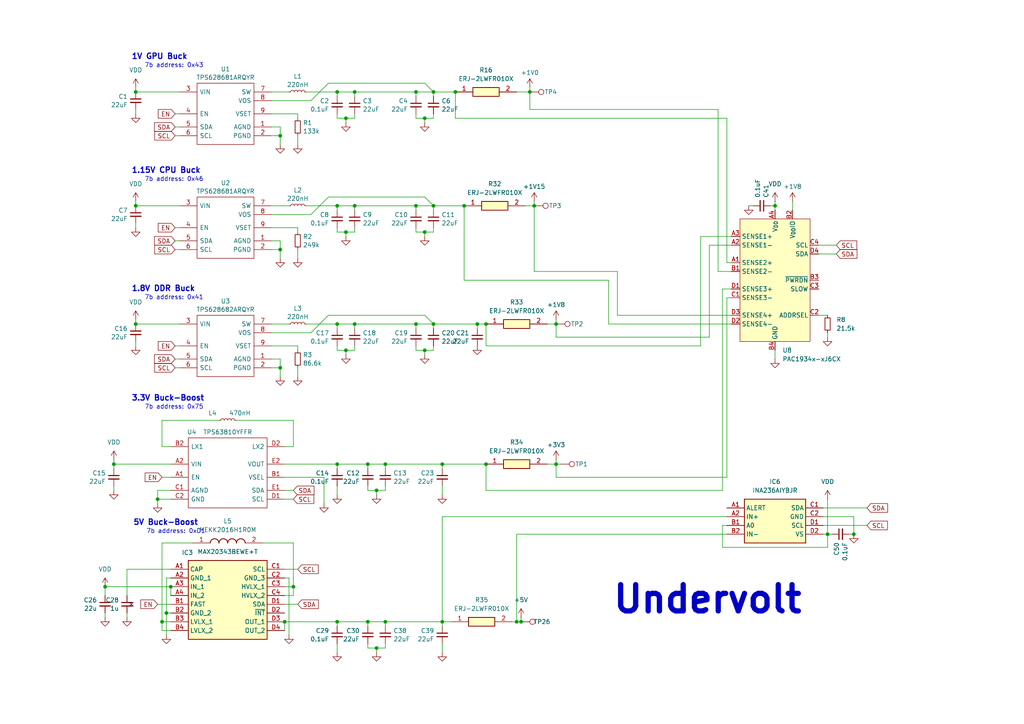
<source format=kicad_sch>
(kicad_sch (version 20250114) (generator "eeschema") (generator_version "9.0")
  (paper "A4")
  (text "1.8V DDR Buck" (at 38.1 83.82 0) (effects (font (size 1.6 1.6) (thickness 0.32) (bold yes)) (justify left)))
  (text "7b address: 0x75" (at 41.91 118.11 0) (effects (font (size 1.27 1.27) (thickness 0.1588)) (justify left)))
  (text "3.3V Buck-Boost" (at 38.1 115.57 0) (effects (font (size 1.6 1.6) (thickness 0.32) (bold yes)) (justify left)))
  (text "1.15V CPU Buck" (at 38.1 49.53 0) (effects (font (size 1.6 1.6) (thickness 0.32) (bold yes)) (justify left)))
  (text "7b address: 0x43" (at 41.91 19.05 0) (effects (font (size 1.27 1.27) (thickness 0.1588)) (justify left)))
  (text "7b address: 0xD1" (at 42.418 154.178 0) (effects (font (size 1.27 1.27) (thickness 0.1588)) (justify left)))
  (text "7b address: 0x41" (at 41.91 86.36 0) (effects (font (size 1.27 1.27) (thickness 0.1588)) (justify left)))
  (text "1V GPU Buck" (at 38.1 16.51 0) (effects (font (size 1.6 1.6) (thickness 0.32) (bold yes)) (justify left)))
  (text "Undervolt" (at 205.232 173.99 0) (effects (font (size 7.62 7.62) (thickness 1.524) (bold yes))))
  (text "5V Buck-Boost" (at 38.608 151.638 0) (effects (font (size 1.6 1.6) (thickness 0.32) (bold yes)) (justify left)))
  (text "7b address: 0x46" (at 41.91 52.07 0) (effects (font (size 1.27 1.27) (thickness 0.1588)) (justify left)))
  (junction (at 100.33 67.31))
  (junction (at 39.37 93.98))
  (junction (at 46.99 180.34))
  (junction (at 123.19 34.29))
  (junction (at 106.68 134.62))
  (junction (at 125.73 93.98))
  (junction (at 102.87 26.67))
  (junction (at 161.29 134.62))
  (junction (at 45.72 144.78))
  (junction (at 240.03 154.94))
  (junction (at 100.33 34.29))
  (junction (at 224.79 59.69))
  (junction (at 151.13 180.34))
  (junction (at 123.19 67.31))
  (junction (at 140.97 93.98))
  (junction (at 134.62 59.69))
  (junction (at 154.94 59.69))
  (junction (at 120.65 93.98))
  (junction (at 111.76 180.34))
  (junction (at 30.48 170.18))
  (junction (at 138.43 93.98))
  (junction (at 106.68 180.34))
  (junction (at 120.65 59.69))
  (junction (at 153.67 26.67))
  (junction (at 82.55 180.34))
  (junction (at 120.65 26.67))
  (junction (at 132.08 26.67))
  (junction (at 100.33 101.6))
  (junction (at 111.76 134.62))
  (junction (at 97.79 134.62))
  (junction (at 128.27 180.34))
  (junction (at 102.87 59.69))
  (junction (at 161.29 93.98))
  (junction (at 48.26 177.8))
  (junction (at 97.79 180.34))
  (junction (at 128.27 134.62))
  (junction (at 125.73 26.67))
  (junction (at 123.19 101.6))
  (junction (at 109.22 187.96))
  (junction (at 97.79 59.69))
  (junction (at 81.28 39.37))
  (junction (at 140.97 134.62))
  (junction (at 33.02 134.62))
  (junction (at 81.28 106.68))
  (junction (at 247.65 154.94))
  (junction (at 97.79 26.67))
  (junction (at 39.37 59.69))
  (junction (at 97.79 93.98))
  (junction (at 102.87 93.98))
  (junction (at 85.09 170.18))
  (junction (at 125.73 59.69))
  (junction (at 149.86 180.34))
  (junction (at 39.37 26.67))
  (junction (at 109.22 142.24))
  (junction (at 49.53 170.18))
  (junction (at 81.28 72.39))
  (no_connect (at 38.1 175.26))
  (wire (pts (xy 48.26 177.8) (xy 48.26 184.15)))
  (wire (pts (xy 123.19 35.56) (xy 123.19 34.29)))
  (wire (pts (xy 237.49 71.12) (xy 242.57 71.12)))
  (wire (pts (xy 88.9 59.69) (xy 97.79 59.69)))
  (wire (pts (xy 100.33 102.87) (xy 100.33 101.6)))
  (wire (pts (xy 123.19 24.13) (xy 125.73 26.67)))
  (wire (pts (xy 106.68 180.34) (xy 111.76 180.34)))
  (wire (pts (xy 120.65 101.6) (xy 123.19 101.6)))
  (wire (pts (xy 97.79 93.98) (xy 97.79 95.25)))
  (wire (pts (xy 102.87 26.67) (xy 102.87 27.94)))
  (wire (pts (xy 46.99 121.92) (xy 63.5 121.92)))
  (wire (pts (xy 97.79 101.6) (xy 100.33 101.6)))
  (wire (pts (xy 86.36 34.29) (xy 86.36 33.02)))
  (wire (pts (xy 97.79 100.33) (xy 97.79 101.6)))
  (wire (pts (xy 81.28 72.39) (xy 81.28 74.93)))
  (wire (pts (xy 209.55 158.75) (xy 240.03 158.75)))
  (wire (pts (xy 140.97 134.62) (xy 128.27 134.62)))
  (wire (pts (xy 210.82 154.94) (xy 149.86 154.94)))
  (wire (pts (xy 50.8 66.04) (xy 52.07 66.04)))
  (wire (pts (xy 238.76 149.86) (xy 247.65 149.86)))
  (wire (pts (xy 78.74 59.69) (xy 83.82 59.69)))
  (wire (pts (xy 102.87 93.98) (xy 102.87 95.25)))
  (wire (pts (xy 46.99 157.48) (xy 55.88 157.48)))
  (wire (pts (xy 154.94 59.69) (xy 152.4 59.69)))
  (wire (pts (xy 45.72 144.78) (xy 49.53 144.78)))
  (wire (pts (xy 78.74 93.98) (xy 83.82 93.98)))
  (wire (pts (xy 100.33 34.29) (xy 102.87 34.29)))
  (wire (pts (xy 97.79 189.23) (xy 97.79 186.69)))
  (wire (pts (xy 85.09 170.18) (xy 85.09 172.72)))
  (wire (pts (xy 111.76 186.69) (xy 111.76 187.96)))
  (wire (pts (xy 240.03 158.75) (xy 240.03 154.94)))
  (wire (pts (xy 78.74 104.14) (xy 81.28 104.14)))
  (wire (pts (xy 45.72 175.26) (xy 49.53 175.26)))
  (wire (pts (xy 123.19 102.87) (xy 123.19 101.6)))
  (wire (pts (xy 120.65 100.33) (xy 120.65 101.6)))
  (wire (pts (xy 240.03 96.52) (xy 240.03 97.79)))
  (wire (pts (xy 97.79 134.62) (xy 106.68 134.62)))
  (wire (pts (xy 36.83 177.8) (xy 36.83 179.07)))
  (wire (pts (xy 49.53 182.88) (xy 46.99 182.88)))
  (wire (pts (xy 86.36 33.02) (xy 78.74 33.02)))
  (wire (pts (xy 106.68 135.89) (xy 106.68 134.62)))
  (wire (pts (xy 95.25 24.13) (xy 123.19 24.13)))
  (wire (pts (xy 46.99 129.54) (xy 49.53 129.54)))
  (wire (pts (xy 97.79 180.34) (xy 106.68 180.34)))
  (wire (pts (xy 179.07 78.74) (xy 154.94 78.74)))
  (wire (pts (xy 48.26 167.64) (xy 48.26 177.8)))
  (wire (pts (xy 50.8 33.02) (xy 52.07 33.02)))
  (wire (pts (xy 30.48 179.07) (xy 30.48 177.8)))
  (wire (pts (xy 111.76 135.89) (xy 111.76 134.62)))
  (wire (pts (xy 106.68 181.61) (xy 106.68 180.34)))
  (wire (pts (xy 82.55 175.26) (xy 86.36 175.26)))
  (wire (pts (xy 212.09 91.44) (xy 179.07 91.44)))
  (wire (pts (xy 246.38 154.94) (xy 247.65 154.94)))
  (wire (pts (xy 128.27 149.86) (xy 128.27 180.34)))
  (wire (pts (xy 128.27 140.97) (xy 128.27 143.51)))
  (wire (pts (xy 97.79 59.69) (xy 102.87 59.69)))
  (wire (pts (xy 247.65 149.86) (xy 247.65 154.94)))
  (wire (pts (xy 240.03 154.94) (xy 238.76 154.94)))
  (wire (pts (xy 82.55 180.34) (xy 82.55 182.88)))
  (wire (pts (xy 217.17 59.69) (xy 218.44 59.69)))
  (wire (pts (xy 90.17 62.23) (xy 95.25 57.15)))
  (wire (pts (xy 212.09 86.36) (xy 210.82 86.36)))
  (wire (pts (xy 161.29 133.35) (xy 161.29 134.62)))
  (wire (pts (xy 97.79 181.61) (xy 97.79 180.34)))
  (wire (pts (xy 120.65 67.31) (xy 123.19 67.31)))
  (wire (pts (xy 123.19 57.15) (xy 125.73 59.69)))
  (wire (pts (xy 102.87 100.33) (xy 102.87 101.6)))
  (wire (pts (xy 209.55 83.82) (xy 209.55 142.24)))
  (wire (pts (xy 46.99 180.34) (xy 46.99 157.48)))
  (wire (pts (xy 120.65 66.04) (xy 120.65 67.31)))
  (wire (pts (xy 161.29 92.71) (xy 161.29 93.98)))
  (wire (pts (xy 100.33 101.6) (xy 102.87 101.6)))
  (wire (pts (xy 85.09 121.92) (xy 85.09 129.54)))
  (wire (pts (xy 123.19 101.6) (xy 125.73 101.6)))
  (wire (pts (xy 50.8 36.83) (xy 52.07 36.83)))
  (wire (pts (xy 48.26 177.8) (xy 49.53 177.8)))
  (wire (pts (xy 83.82 167.64) (xy 83.82 184.15)))
  (wire (pts (xy 148.59 180.34) (xy 149.86 180.34)))
  (wire (pts (xy 203.2 68.58) (xy 203.2 100.33)))
  (wire (pts (xy 128.27 180.34) (xy 128.27 181.61)))
  (wire (pts (xy 238.76 152.4) (xy 251.46 152.4)))
  (wire (pts (xy 161.29 97.79) (xy 161.29 93.98)))
  (wire (pts (xy 97.79 135.89) (xy 97.79 134.62)))
  (wire (pts (xy 102.87 93.98) (xy 120.65 93.98)))
  (wire (pts (xy 210.82 76.2) (xy 210.82 34.29)))
  (wire (pts (xy 95.25 57.15) (xy 123.19 57.15)))
  (wire (pts (xy 153.67 26.67) (xy 149.86 26.67)))
  (wire (pts (xy 50.8 104.14) (xy 52.07 104.14)))
  (wire (pts (xy 68.58 121.92) (xy 85.09 121.92)))
  (wire (pts (xy 39.37 59.69) (xy 52.07 59.69)))
  (wire (pts (xy 125.73 33.02) (xy 125.73 34.29)))
  (wire (pts (xy 123.19 67.31) (xy 125.73 67.31)))
  (wire (pts (xy 102.87 59.69) (xy 120.65 59.69)))
  (wire (pts (xy 100.33 67.31) (xy 102.87 67.31)))
  (wire (pts (xy 123.19 91.44) (xy 125.73 93.98)))
  (wire (pts (xy 209.55 83.82) (xy 212.09 83.82)))
  (wire (pts (xy 106.68 134.62) (xy 111.76 134.62)))
  (wire (pts (xy 109.22 142.24) (xy 111.76 142.24)))
  (wire (pts (xy 82.55 172.72) (xy 85.09 172.72)))
  (wire (pts (xy 46.99 180.34) (xy 46.99 182.88)))
  (wire (pts (xy 210.82 34.29) (xy 132.08 34.29)))
  (wire (pts (xy 111.76 180.34) (xy 128.27 180.34)))
  (wire (pts (xy 97.79 26.67) (xy 97.79 27.94)))
  (wire (pts (xy 78.74 39.37) (xy 81.28 39.37)))
  (wire (pts (xy 153.67 26.67) (xy 153.67 31.75)))
  (wire (pts (xy 120.65 33.02) (xy 120.65 34.29)))
  (wire (pts (xy 46.99 138.43) (xy 49.53 138.43)))
  (wire (pts (xy 46.99 121.92) (xy 46.99 129.54)))
  (wire (pts (xy 78.74 36.83) (xy 81.28 36.83)))
  (wire (pts (xy 86.36 106.68) (xy 86.36 109.22)))
  (wire (pts (xy 125.73 93.98) (xy 125.73 95.25)))
  (wire (pts (xy 97.79 59.69) (xy 97.79 60.96)))
  (wire (pts (xy 224.79 58.42) (xy 224.79 59.69)))
  (wire (pts (xy 125.73 26.67) (xy 125.73 27.94)))
  (wire (pts (xy 45.72 144.78) (xy 45.72 146.05)))
  (wire (pts (xy 125.73 100.33) (xy 125.73 101.6)))
  (wire (pts (xy 106.68 187.96) (xy 109.22 187.96)))
  (wire (pts (xy 39.37 58.42) (xy 39.37 59.69)))
  (wire (pts (xy 123.19 34.29) (xy 125.73 34.29)))
  (wire (pts (xy 97.79 66.04) (xy 97.79 67.31)))
  (wire (pts (xy 154.94 59.69) (xy 154.94 78.74)))
  (wire (pts (xy 134.62 59.69) (xy 134.62 81.28)))
  (wire (pts (xy 120.65 26.67) (xy 120.65 27.94)))
  (wire (pts (xy 123.19 68.58) (xy 123.19 67.31)))
  (wire (pts (xy 203.2 100.33) (xy 140.97 100.33)))
  (wire (pts (xy 90.17 96.52) (xy 95.25 91.44)))
  (wire (pts (xy 33.02 142.24) (xy 33.02 140.97)))
  (wire (pts (xy 109.22 189.23) (xy 109.22 187.96)))
  (wire (pts (xy 97.79 67.31) (xy 100.33 67.31)))
  (wire (pts (xy 39.37 26.67) (xy 52.07 26.67)))
  (wire (pts (xy 111.76 181.61) (xy 111.76 180.34)))
  (wire (pts (xy 81.28 104.14) (xy 81.28 106.68)))
  (wire (pts (xy 203.2 68.58) (xy 212.09 68.58)))
  (wire (pts (xy 82.55 129.54) (xy 85.09 129.54)))
  (wire (pts (xy 33.02 133.35) (xy 33.02 134.62)))
  (wire (pts (xy 140.97 100.33) (xy 140.97 93.98)))
  (wire (pts (xy 134.62 59.69) (xy 125.73 59.69)))
  (wire (pts (xy 50.8 39.37) (xy 52.07 39.37)))
  (wire (pts (xy 210.82 86.36) (xy 210.82 138.43)))
  (wire (pts (xy 128.27 180.34) (xy 130.81 180.34)))
  (wire (pts (xy 82.55 142.24) (xy 85.09 142.24)))
  (wire (pts (xy 78.74 96.52) (xy 90.17 96.52)))
  (wire (pts (xy 209.55 152.4) (xy 209.55 158.75)))
  (wire (pts (xy 240.03 144.78) (xy 240.03 154.94)))
  (wire (pts (xy 132.08 34.29) (xy 132.08 26.67)))
  (wire (pts (xy 85.09 157.48) (xy 76.2 157.48)))
  (wire (pts (xy 82.55 180.34) (xy 97.79 180.34)))
  (wire (pts (xy 205.74 71.12) (xy 205.74 97.79)))
  (wire (pts (xy 111.76 134.62) (xy 128.27 134.62)))
  (wire (pts (xy 97.79 143.51) (xy 97.79 140.97)))
  (wire (pts (xy 138.43 93.98) (xy 140.97 93.98)))
  (wire (pts (xy 78.74 29.21) (xy 90.17 29.21)))
  (wire (pts (xy 210.82 138.43) (xy 161.29 138.43)))
  (wire (pts (xy 45.72 142.24) (xy 45.72 144.78)))
  (wire (pts (xy 212.09 76.2) (xy 210.82 76.2)))
  (wire (pts (xy 237.49 73.66) (xy 242.57 73.66)))
  (wire (pts (xy 81.28 106.68) (xy 81.28 109.22)))
  (wire (pts (xy 82.55 138.43) (xy 93.98 138.43)))
  (wire (pts (xy 161.29 134.62) (xy 158.75 134.62)))
  (wire (pts (xy 86.36 72.39) (xy 86.36 74.93)))
  (wire (pts (xy 128.27 134.62) (xy 128.27 135.89)))
  (wire (pts (xy 30.48 170.18) (xy 30.48 172.72)))
  (wire (pts (xy 33.02 135.89) (xy 33.02 134.62)))
  (wire (pts (xy 238.76 147.32) (xy 251.46 147.32)))
  (wire (pts (xy 106.68 140.97) (xy 106.68 142.24)))
  (wire (pts (xy 224.79 101.6) (xy 224.79 104.14)))
  (wire (pts (xy 81.28 39.37) (xy 81.28 41.91)))
  (wire (pts (xy 50.8 69.85) (xy 52.07 69.85)))
  (wire (pts (xy 102.87 26.67) (xy 120.65 26.67)))
  (wire (pts (xy 36.83 165.1) (xy 36.83 172.72)))
  (wire (pts (xy 125.73 93.98) (xy 138.43 93.98)))
  (wire (pts (xy 176.53 81.28) (xy 134.62 81.28)))
  (wire (pts (xy 82.55 165.1) (xy 86.36 165.1)))
  (wire (pts (xy 81.28 36.83) (xy 81.28 39.37)))
  (wire (pts (xy 149.86 180.34) (xy 151.13 180.34)))
  (wire (pts (xy 109.22 187.96) (xy 111.76 187.96)))
  (wire (pts (xy 120.65 34.29) (xy 123.19 34.29)))
  (wire (pts (xy 212.09 93.98) (xy 176.53 93.98)))
  (wire (pts (xy 90.17 29.21) (xy 95.25 24.13)))
  (wire (pts (xy 49.53 170.18) (xy 49.53 172.72)))
  (wire (pts (xy 30.48 170.18) (xy 49.53 170.18)))
  (wire (pts (xy 223.52 59.69) (xy 224.79 59.69)))
  (wire (pts (xy 50.8 72.39) (xy 52.07 72.39)))
  (wire (pts (xy 212.09 71.12) (xy 205.74 71.12)))
  (wire (pts (xy 120.65 26.67) (xy 125.73 26.67)))
  (wire (pts (xy 102.87 59.69) (xy 102.87 60.96)))
  (wire (pts (xy 82.55 170.18) (xy 85.09 170.18)))
  (wire (pts (xy 39.37 66.04) (xy 39.37 64.77)))
  (wire (pts (xy 149.86 154.94) (xy 149.86 180.34)))
  (wire (pts (xy 179.07 91.44) (xy 179.07 78.74)))
  (wire (pts (xy 205.74 97.79) (xy 161.29 97.79)))
  (wire (pts (xy 81.28 69.85) (xy 81.28 72.39)))
  (wire (pts (xy 102.87 33.02) (xy 102.87 34.29)))
  (wire (pts (xy 97.79 26.67) (xy 102.87 26.67)))
  (wire (pts (xy 210.82 152.4) (xy 209.55 152.4)))
  (wire (pts (xy 153.67 31.75) (xy 208.28 31.75)))
  (wire (pts (xy 86.36 66.04) (xy 86.36 67.31)))
  (wire (pts (xy 49.53 167.64) (xy 48.26 167.64)))
  (wire (pts (xy 78.74 100.33) (xy 86.36 100.33)))
  (wire (pts (xy 224.79 59.69) (xy 224.79 60.96)))
  (wire (pts (xy 158.75 93.98) (xy 161.29 93.98)))
  (wire (pts (xy 39.37 100.33) (xy 39.37 99.06)))
  (wire (pts (xy 120.65 59.69) (xy 125.73 59.69)))
  (wire (pts (xy 125.73 59.69) (xy 125.73 60.96)))
  (wire (pts (xy 120.65 93.98) (xy 125.73 93.98)))
  (wire (pts (xy 97.79 34.29) (xy 100.33 34.29)))
  (wire (pts (xy 39.37 93.98) (xy 52.07 93.98)))
  (wire (pts (xy 49.53 165.1) (xy 36.83 165.1)))
  (wire (pts (xy 100.33 35.56) (xy 100.33 34.29)))
  (wire (pts (xy 86.36 39.37) (xy 86.36 41.91)))
  (wire (pts (xy 97.79 33.02) (xy 97.79 34.29)))
  (wire (pts (xy 39.37 25.4) (xy 39.37 26.67)))
  (wire (pts (xy 240.03 154.94) (xy 241.3 154.94)))
  (wire (pts (xy 82.55 167.64) (xy 83.82 167.64)))
  (wire (pts (xy 237.49 91.44) (xy 240.03 91.44)))
  (wire (pts (xy 128.27 186.69) (xy 128.27 189.23)))
  (wire (pts (xy 208.28 78.74) (xy 208.28 31.75)))
  (wire (pts (xy 82.55 134.62) (xy 97.79 134.62)))
  (wire (pts (xy 138.43 93.98) (xy 138.43 95.25)))
  (wire (pts (xy 39.37 92.71) (xy 39.37 93.98)))
  (wire (pts (xy 50.8 100.33) (xy 52.07 100.33)))
  (wire (pts (xy 151.13 179.07) (xy 151.13 180.34)))
  (wire (pts (xy 120.65 93.98) (xy 120.65 95.25)))
  (wire (pts (xy 125.73 66.04) (xy 125.73 67.31)))
  (wire (pts (xy 49.53 180.34) (xy 46.99 180.34)))
  (wire (pts (xy 93.98 138.43) (xy 93.98 146.05)))
  (wire (pts (xy 161.29 138.43) (xy 161.29 134.62)))
  (wire (pts (xy 82.55 144.78) (xy 85.09 144.78)))
  (wire (pts (xy 209.55 142.24) (xy 140.97 142.24)))
  (wire (pts (xy 86.36 100.33) (xy 86.36 101.6)))
  (wire (pts (xy 88.9 26.67) (xy 97.79 26.67)))
  (wire (pts (xy 109.22 143.51) (xy 109.22 142.24)))
  (wire (pts (xy 132.08 26.67) (xy 125.73 26.67)))
  (wire (pts (xy 33.02 134.62) (xy 49.53 134.62)))
  (wire (pts (xy 210.82 149.86) (xy 128.27 149.86)))
  (wire (pts (xy 78.74 69.85) (xy 81.28 69.85)))
  (wire (pts (xy 120.65 59.69) (xy 120.65 60.96)))
  (wire (pts (xy 78.74 26.67) (xy 83.82 26.67)))
  (wire (pts (xy 50.8 106.68) (xy 52.07 106.68)))
  (wire (pts (xy 229.87 58.42) (xy 229.87 60.96)))
  (wire (pts (xy 111.76 140.97) (xy 111.76 142.24)))
  (wire (pts (xy 88.9 93.98) (xy 97.79 93.98)))
  (wire (pts (xy 45.72 142.24) (xy 49.53 142.24)))
  (wire (pts (xy 162.56 134.62) (xy 161.29 134.62)))
  (wire (pts (xy 212.09 78.74) (xy 208.28 78.74)))
  (wire (pts (xy 95.25 91.44) (xy 123.19 91.44)))
  (wire (pts (xy 85.09 170.18) (xy 85.09 157.48)))
  (wire (pts (xy 154.94 58.42) (xy 154.94 59.69)))
  (wire (pts (xy 106.68 142.24) (xy 109.22 142.24)))
  (wire (pts (xy 100.33 68.58) (xy 100.33 67.31)))
  (wire (pts (xy 106.68 186.69) (xy 106.68 187.96)))
  (wire (pts (xy 102.87 66.04) (xy 102.87 67.31)))
  (wire (pts (xy 78.74 62.23) (xy 90.17 62.23)))
  (wire (pts (xy 78.74 66.04) (xy 86.36 66.04)))
  (wire (pts (xy 176.53 93.98) (xy 176.53 81.28)))
  (wire (pts (xy 97.79 93.98) (xy 102.87 93.98)))
  (wire (pts (xy 78.74 72.39) (xy 81.28 72.39)))
  (wire (pts (xy 39.37 33.02) (xy 39.37 31.75)))
  (wire (pts (xy 78.74 106.68) (xy 81.28 106.68)))
  (wire (pts (xy 140.97 142.24) (xy 140.97 134.62)))
  (wire (pts (xy 153.67 25.4) (xy 153.67 26.67)))
  (global_label "EN" (shape input) (at 50.8 100.33 180) (property "Intersheetrefs" "${INTERSHEET_REFS}" (effects (hide yes))))
  (global_label "EN" (shape input) (at 50.8 33.02 180) (property "Intersheetrefs" "${INTERSHEET_REFS}" (effects (hide yes))))
  (global_label "SCL" (shape input) (at 251.46 152.4 0) (property "Intersheetrefs" "${INTERSHEET_REFS}" (effects (hide yes))))
  (global_label "SCL" (shape input) (at 50.8 72.39 180) (property "Intersheetrefs" "${INTERSHEET_REFS}" (effects (hide yes))))
  (global_label "SDA" (shape input) (at 86.36 175.26 0) (property "Intersheetrefs" "${INTERSHEET_REFS}" (effects (hide yes))))
  (global_label "SDA" (shape input) (at 50.8 104.14 180) (property "Intersheetrefs" "${INTERSHEET_REFS}" (effects (hide yes))))
  (global_label "SCL" (shape input) (at 85.09 144.78 0) (property "Intersheetrefs" "${INTERSHEET_REFS}" (effects (hide yes))))
  (global_label "SCL" (shape input) (at 86.36 165.1 0) (property "Intersheetrefs" "${INTERSHEET_REFS}" (effects (hide yes))))
  (global_label "SDA" (shape input) (at 50.8 36.83 180) (property "Intersheetrefs" "${INTERSHEET_REFS}" (effects (hide yes))))
  (global_label "SCL" (shape input) (at 50.8 106.68 180) (property "Intersheetrefs" "${INTERSHEET_REFS}" (effects (hide yes))))
  (global_label "EN" (shape input) (at 46.99 138.43 180) (property "Intersheetrefs" "${INTERSHEET_REFS}" (effects (hide yes))))
  (global_label "SDA" (shape input) (at 251.46 147.32 0) (property "Intersheetrefs" "${INTERSHEET_REFS}" (effects (hide yes))))
  (global_label "SCL" (shape input) (at 242.57 71.12 0) (property "Intersheetrefs" "${INTERSHEET_REFS}" (effects (hide yes))))
  (global_label "EN" (shape input) (at 50.8 66.04 180) (property "Intersheetrefs" "${INTERSHEET_REFS}" (effects (hide yes))))
  (global_label "SDA" (shape input) (at 242.57 73.66 0) (property "Intersheetrefs" "${INTERSHEET_REFS}" (effects (hide yes))))
  (global_label "SCL" (shape input) (at 50.8 39.37 180) (property "Intersheetrefs" "${INTERSHEET_REFS}" (effects (hide yes))))
  (global_label "SDA" (shape input) (at 50.8 69.85 180) (property "Intersheetrefs" "${INTERSHEET_REFS}" (effects (hide yes))))
  (global_label "EN" (shape input) (at 45.72 175.26 180) (property "Intersheetrefs" "${INTERSHEET_REFS}" (effects (hide yes))))
  (global_label "SDA" (shape input) (at 85.09 142.24 0) (property "Intersheetrefs" "${INTERSHEET_REFS}" (effects (hide yes))))
  (symbol (lib_id "power:GND") (at 138.43 100.33 0) (unit 1)
    (property "Reference" "#PWR022" (effects (hide yes)))
    (property "Value" "GND" (effects (hide yes)))
  )
  (symbol (lib_id "Device:C_Small") (at 120.65 63.5 0) (mirror y) (unit 1)
    (property "Reference" "C10" (at 118.3259 62.2941 0) (effects (justify left)))
    (property "Value" "22uF" (at 118.3259 64.7184 0) (effects (justify left)))
    (property "Footprint" "Capacitor_SMD:C_0603_1608Metric" (effects (hide yes)))
    (property "Description" "Unpolarized capacitor, small symbol" (effects (hide yes)))
  )
  (symbol (lib_id "power:GND") (at 247.65 154.94 0) (unit 1)
    (property "Reference" "#PWR037" (effects (hide yes)))
    (property "Value" "GND" (effects (hide yes)))
  )
  (symbol (lib_id "SamacSys_Parts:INA236AIYBJR") (at 210.82 147.32 0) (unit 1)
    (property "Reference" "IC6" (at 224.79 139.7 0))
    (property "Value" "INA236AIYBJR" (at 224.79 142.24 0))
    (property "Footprint" "SamacSys_Parts:BGA8C40P2X4_70X147X35" (effects (hide yes)))
    (property "Datasheet" "https://www.ti.com/lit/gpn/ina236" (effects (hide yes)))
    (property "Description" "Current & Power Monitors & Regulators 48-V, 16-bit, ultraprecise, I C output current/voltage/power monitor with alert in WCSP" (effects (hide yes)))
    (property "Height" "0.35" (effects (hide yes)))
    (property "Mouser Part Number" "595-INA236AIYBJR" (effects (hide yes)))
    (property "Mouser Price/Stock" "https://www.mouser.co.uk/ProductDetail/Texas-Instruments/INA236AIYBJR?qs=A6eO%252BMLsxmSaxk4IMBhEtQ%3D%3D" (effects (hide yes)))
    (property "Manufacturer_Name" "Texas Instruments" (effects (hide yes)))
    (property "Manufacturer_Part_Number" "INA236AIYBJR" (effects (hide yes)))
  )
  (symbol (lib_id "Device:C_Small") (at 106.68 138.43 0) (mirror y) (unit 1)
    (property "Reference" "C12" (at 104.3559 137.2241 0) (effects (justify left)))
    (property "Value" "22uF" (at 104.3559 139.6484 0) (effects (justify left)))
    (property "Footprint" "Capacitor_SMD:C_0603_1608Metric" (effects (hide yes)))
    (property "Description" "Unpolarized capacitor, small symbol" (effects (hide yes)))
  )
  (symbol (lib_id "Device:L_Small") (at 66.04 121.92 90) (unit 1)
    (property "Reference" "L4" (at 61.6424 119.8126 90))
    (property "Value" "470nH" (at 69.5797 119.8126 90))
    (property "Footprint" "Inductor_SMD:L_0805_2012Metric" (effects (hide yes)))
    (property "Description" "TFM201208BLE-R47MTCF" (effects (hide yes)))
  )
  (symbol (lib_id "Device:C_Small") (at 30.48 175.26 0) (mirror y) (unit 1)
    (property "Reference" "C26" (at 28.1559 174.0541 0) (effects (justify left)))
    (property "Value" "22u" (at 28.1559 176.4784 0) (effects (justify left)))
    (property "Footprint" "Capacitor_SMD:C_0603_1608Metric" (effects (hide yes)))
    (property "Description" "Unpolarized capacitor, small symbol" (effects (hide yes)))
  )
  (symbol (lib_id "Device:C_Small") (at 138.43 97.79 0) (mirror y) (unit 1)
    (property "Reference" "C21" (at 136.1059 96.5841 0) (effects (justify left)))
    (property "Value" "22uF" (at 136.1059 99.0084 0) (effects (justify left)))
    (property "Footprint" "Capacitor_SMD:C_0603_1608Metric" (effects (hide yes)))
    (property "Description" "Unpolarized capacitor, small symbol" (effects (hide yes)))
  )
  (symbol (lib_id "Connector:TestPoint") (at 153.67 26.67 270) (unit 1)
    (property "Reference" "TP4" (at 159.766 26.67 90))
    (property "Value" "1V0" (effects (hide yes)))
    (property "Footprint" "project-footprints:TestPoint_Pad_3x1.0mm" (effects (hide yes)))
  )
  (symbol (lib_id "power:VDD") (at 30.48 170.18 0) (unit 1)
    (property "Reference" "#PWR038" (effects (hide yes)))
    (property "Value" "VDD" (at 30.48 165.1 0))
    (property "Description" "Power symbol creates a global label with name \"VDD\"" (effects (hide yes)))
  )
  (symbol (lib_id "power:VDD") (at 39.37 25.4 0) (unit 1)
    (property "Reference" "#PWR01" (effects (hide yes)))
    (property "Value" "VDD" (at 39.37 20.32 0))
    (property "Description" "Power symbol creates a global label with name \"VDD\"" (effects (hide yes)))
  )
  (symbol (lib_id "power:GND") (at 30.48 179.07 0) (unit 1)
    (property "Reference" "#PWR039" (effects (hide yes)))
    (property "Value" "GND" (effects (hide yes)))
  )
  (symbol (lib_id "power:+1V0") (at 153.67 25.4 0) (unit 1)
    (property "Reference" "#PWR02" (effects (hide yes)))
    (property "Value" "+1V0" (at 153.67 21.082 0))
  )
  (symbol (lib_id "power:GND") (at 100.33 35.56 0) (unit 1)
    (property "Reference" "#PWR04" (effects (hide yes)))
    (property "Value" "GND" (effects (hide yes)))
  )
  (symbol (lib_id "Device:C_Small") (at 33.02 138.43 0) (mirror y) (unit 1)
    (property "Reference" "C15" (at 30.6959 137.2241 0) (effects (justify left)))
    (property "Value" "22uF" (at 30.6959 139.6484 0) (effects (justify left)))
    (property "Footprint" "Capacitor_SMD:C_0603_1608Metric" (effects (hide yes)))
    (property "Description" "Unpolarized capacitor, small symbol" (effects (hide yes)))
  )
  (symbol (lib_id "power:GND") (at 109.22 189.23 0) (unit 1)
    (property "Reference" "#PWR045" (effects (hide yes)))
    (property "Value" "GND" (effects (hide yes)))
  )
  (symbol (lib_id "power:GND") (at 123.19 68.58 0) (unit 1)
    (property "Reference" "#PWR015" (effects (hide yes)))
    (property "Value" "GND" (effects (hide yes)))
  )
  (symbol (lib_id "power:GND") (at 93.98 146.05 0) (unit 1)
    (property "Reference" "#PWR036" (effects (hide yes)))
    (property "Value" "GND" (effects (hide yes)))
  )
  (symbol (lib_id "power:GND") (at 39.37 33.02 0) (unit 1)
    (property "Reference" "#PWR03" (effects (hide yes)))
    (property "Value" "GND" (effects (hide yes)))
  )
  (symbol (lib_id "1v15:+1V15") (at 154.94 58.42 0) (unit 1)
    (property "Reference" "#PWR09" (effects (hide yes)))
    (property "Value" "+1V15" (at 154.94 54.102 0))
  )
  (symbol (lib_id "Device:C_Small") (at 125.73 30.48 0) (unit 1)
    (property "Reference" "C6" (at 128.0541 29.2741 0) (effects (justify left)))
    (property "Value" "22uF" (at 128.0541 31.6984 0) (effects (justify left)))
    (property "Footprint" "Capacitor_SMD:C_0603_1608Metric" (effects (hide yes)))
    (property "Description" "Unpolarized capacitor, small symbol" (effects (hide yes)))
  )
  (symbol (lib_id "power:GND") (at 123.19 102.87 0) (unit 1)
    (property "Reference" "#PWR024" (effects (hide yes)))
    (property "Value" "GND" (effects (hide yes)))
  )
  (symbol (lib_id "Device:L_Small") (at 86.36 93.98 90) (unit 1)
    (property "Reference" "L3" (at 86.36 89.4567 90))
    (property "Value" "220nH" (at 86.36 91.881 90))
    (property "Footprint" "SamacSys_Parts:INDC3225X120N" (effects (hide yes)))
    (property "Description" "TFM322512ALMAR22MTAA" (effects (hide yes)))
  )
  (symbol (lib_id "power:GND") (at 39.37 66.04 0) (unit 1)
    (property "Reference" "#PWR013" (effects (hide yes)))
    (property "Value" "GND" (effects (hide yes)))
  )
  (symbol (lib_id "power:GND") (at 217.17 59.69 0) (unit 1)
    (property "Reference" "#PWR012" (effects (hide yes)))
    (property "Value" "GND" (effects (hide yes)))
  )
  (symbol (lib_id "power:GND") (at 240.03 97.79 0) (unit 1)
    (property "Reference" "#PWR020" (effects (hide yes)))
    (property "Value" "GND" (effects (hide yes)))
  )
  (symbol (lib_id "Device:R_Small") (at 86.36 36.83 0) (unit 1)
    (property "Reference" "R1" (at 87.8586 35.6178 0) (effects (justify left)))
    (property "Value" "133k" (at 87.8586 38.0421 0) (effects (justify left)))
    (property "Footprint" "Resistor_SMD:R_0402_1005Metric" (effects (hide yes)))
    (property "Description" "Resistor, small symbol" (effects (hide yes)))
  )
  (symbol (lib_id "power:GND") (at 100.33 102.87 0) (unit 1)
    (property "Reference" "#PWR023" (effects (hide yes)))
    (property "Value" "GND" (effects (hide yes)))
  )
  (symbol (lib_id "power:+1V8") (at 161.29 92.71 0) (unit 1)
    (property "Reference" "#PWR019" (effects (hide yes)))
    (property "Value" "+1V8" (at 161.29 88.392 0))
  )
  (symbol (lib_id "power:GND") (at 86.36 74.93 0) (unit 1)
    (property "Reference" "#PWR017" (effects (hide yes)))
    (property "Value" "GND" (effects (hide yes)))
  )
  (symbol (lib_id "power:VDD") (at 240.03 144.78 0) (unit 1)
    (property "Reference" "#PWR034" (effects (hide yes)))
    (property "Value" "VDD" (at 240.03 139.7 0))
    (property "Description" "Power symbol creates a global label with name \"VDD\"" (effects (hide yes)))
  )
  (symbol (lib_id "Device:C_Small") (at 106.68 184.15 0) (mirror y) (unit 1)
    (property "Reference" "C30" (at 104.3559 182.9441 0) (effects (justify left)))
    (property "Value" "22uF" (at 104.3559 185.3684 0) (effects (justify left)))
    (property "Footprint" "Capacitor_SMD:C_0603_1608Metric" (effects (hide yes)))
    (property "Description" "Unpolarized capacitor, small symbol" (effects (hide yes)))
  )
  (symbol (lib_id "SamacSys_Parts:MAX20343BEWE+T") (at 49.53 165.1 0) (unit 1)
    (property "Reference" "IC3" (at 54.356 160.274 0))
    (property "Value" "MAX20343BEWE+T" (at 66.04 160.02 0))
    (property "Footprint" "SamacSys_Parts:BGA16C40P4X4_201X177X69" (effects (hide yes)))
    (property "Datasheet" "https://www.analog.com/MAX20343/datasheet" (effects (hide yes)))
    (property "Description" "Ultra-Low Quiescent Current, Low Noise 3.5W Buck-Boost Regulator" (effects (hide yes)))
    (property "Height" "0.69" (effects (hide yes)))
    (property "Mouser Part Number" "700-MAX20343BEWE+T" (effects (hide yes)))
    (property "Mouser Price/Stock" "https://www.mouser.co.uk/ProductDetail/Maxim-Integrated/MAX20343BEWE%2bT/?qs=Cb2nCFKsA8qXa9vho7Hf%252Bw%3D%3D" (effects (hide yes)))
    (property "Manufacturer_Name" "Analog Devices" (effects (hide yes)))
    (property "Manufacturer_Part_Number" "MAX20343BEWE+T" (effects (hide yes)))
  )
  (symbol (lib_id "Device:C_Small") (at 220.98 59.69 270) (mirror x) (unit 1)
    (property "Reference" "C41" (at 222.1859 57.3659 0) (effects (justify left)))
    (property "Value" "0.1uF" (at 219.7616 57.3659 0) (effects (justify left)))
    (property "Footprint" "Capacitor_SMD:C_0402_1005Metric" (effects (hide yes)))
    (property "Description" "Unpolarized capacitor, small symbol" (effects (hide yes)))
  )
  (symbol (lib_id "Device:C_Small") (at 243.84 154.94 90) (mirror x) (unit 1)
    (property "Reference" "C50" (at 242.6341 157.2641 0) (effects (justify left)))
    (property "Value" "0.1uF" (at 245.0584 157.2641 0) (effects (justify left)))
    (property "Footprint" "Capacitor_SMD:C_0402_1005Metric" (effects (hide yes)))
    (property "Description" "Unpolarized capacitor, small symbol" (effects (hide yes)))
  )
  (symbol (lib_id "SamacSys_Parts:TPS628680ARQYR") (at 45.72 59.69 0) (unit 1)
    (property "Reference" "U2" (at 65.405 53.0563 0))
    (property "Value" "TPS628681ARQYR" (at 65.405 55.4806 0))
    (property "Footprint" "SamacSys_Parts:TPS628680ARQYR" (effects (hide yes)))
    (property "Datasheet" "https://www.ti.com/lit/ds/symlink/tps62869.pdf?ts=1693561656644&ref_url=https%253A%252F%252Fwww.ti.com.cn%252Fproduct%252Fcn%252FTPS62869" (effects (hide yes)))
    (property "Description" "Switching Voltage Regulators 5.5-V 4-A synchronous step-down converter with I C interface in 1.5-mm x 2.5-mm QFN package" (effects (hide yes)))
    (property "Height" "1" (effects (hide yes)))
    (property "Mouser Part Number" "595-TPS628680ARQYR" (effects (hide yes)))
    (property "Mouser Price/Stock" "https://www.mouser.co.uk/ProductDetail/Texas-Instruments/TPS628680ARQYR?qs=pBJMDPsKWf1s%252B20VfPJaBg%3D%3D" (effects (hide yes)))
    (property "Manufacturer_Name" "Texas Instruments" (effects (hide yes)))
    (property "Manufacturer_Part_Number" "TPS628680ARQYR" (effects (hide yes)))
  )
  (symbol (lib_id "Device:C_Small") (at 128.27 138.43 0) (mirror y) (unit 1)
    (property "Reference" "C23" (at 125.9459 137.2241 0) (effects (justify left)))
    (property "Value" "22uF" (at 125.9459 139.6484 0) (effects (justify left)))
    (property "Footprint" "Capacitor_SMD:C_0603_1608Metric" (effects (hide yes)))
    (property "Description" "Unpolarized capacitor, small symbol" (effects (hide yes)))
  )
  (symbol (lib_id "SamacSys_Parts:ERJ-2LWFR010X") (at 132.08 26.67 0) (unit 1)
    (property "Reference" "R16" (at 140.97 20.32 0))
    (property "Value" "ERJ-2LWFR010X" (at 140.97 22.86 0))
    (property "Footprint" "Resistor_SMD:R_0402_1005Metric" (effects (hide yes)))
    (property "Datasheet" "http://industrial.panasonic.com/cdbs/www-data/pdf/RDN0000/AOA0000C313.pdf" (effects (hide yes)))
    (property "Description" "Current Sense Resistors - SMD 0402 10mOhms 1% Curr Sens AEC-Q200" (effects (hide yes)))
    (property "Mouser Part Number" "667-ERJ-2LWFR010X" (effects (hide yes)))
    (property "Mouser Price/Stock" "https://www.mouser.co.uk/ProductDetail/Panasonic/ERJ-2LWFR010X?qs=WO7YBshssFHQwGLNvPfIYA%3D%3D" (effects (hide yes)))
    (property "Manufacturer_Name" "Panasonic" (effects (hide yes)))
    (property "Manufacturer_Part_Number" "ERJ-2LWFR010X" (effects (hide yes)))
  )
  (symbol (lib_id "Device:L_Small") (at 86.36 59.69 90) (unit 1)
    (property "Reference" "L2" (at 86.36 55.1667 90))
    (property "Value" "220nH" (at 86.36 57.591 90))
    (property "Footprint" "SamacSys_Parts:XFL5015152MEC" (effects (hide yes)))
    (property "Description" "XFL5015-221MEC" (effects (hide yes)))
  )
  (symbol (lib_id "power:+1V8") (at 229.87 58.42 0) (unit 1)
    (property "Reference" "#PWR011" (effects (hide yes)))
    (property "Value" "+1V8" (at 229.87 54.102 0))
  )
  (symbol (lib_id "Device:C_Small") (at 102.87 30.48 0) (unit 1)
    (property "Reference" "C3" (at 105.1941 29.2741 0) (effects (justify left)))
    (property "Value" "22uF" (at 105.1941 31.6984 0) (effects (justify left)))
    (property "Footprint" "Capacitor_SMD:C_0603_1608Metric" (effects (hide yes)))
    (property "Description" "Unpolarized capacitor, small symbol" (effects (hide yes)))
  )
  (symbol (lib_id "power:+5V") (at 151.13 179.07 0) (unit 1)
    (property "Reference" "#PWR041" (effects (hide yes)))
    (property "Value" "+5V" (at 151.13 173.99 0))
    (property "Description" "Power symbol creates a global label with name \"+5V\"" (effects (hide yes)))
  )
  (symbol (lib_id "power:VDD") (at 224.79 58.42 0) (unit 1)
    (property "Reference" "#PWR010" (effects (hide yes)))
    (property "Value" "VDD" (at 224.79 53.34 0))
    (property "Description" "Power symbol creates a global label with name \"VDD\"" (effects (hide yes)))
  )
  (symbol (lib_id "power:+3V3") (at 161.29 133.35 0) (unit 1)
    (property "Reference" "#PWR029" (effects (hide yes)))
    (property "Value" "+3V3" (at 161.29 129.032 0))
  )
  (symbol (lib_id "power:GND") (at 100.33 68.58 0) (unit 1)
    (property "Reference" "#PWR014" (effects (hide yes)))
    (property "Value" "GND" (effects (hide yes)))
  )
  (symbol (lib_id "Connector:TestPoint") (at 162.56 134.62 270) (unit 1)
    (property "Reference" "TP1" (at 168.656 134.62 90))
    (property "Value" "3V3" (effects (hide yes)))
    (property "Footprint" "project-footprints:TestPoint_Pad_1.5x1.0mm" (effects (hide yes)))
  )
  (symbol (lib_id "power:GND") (at 109.22 143.51 0) (unit 1)
    (property "Reference" "#PWR032" (effects (hide yes)))
    (property "Value" "GND" (effects (hide yes)))
  )
  (symbol (lib_id "Device:C_Small") (at 97.79 63.5 0) (mirror y) (unit 1)
    (property "Reference" "C8" (at 95.4659 62.2941 0) (effects (justify left)))
    (property "Value" "0.1uF" (at 95.4659 64.7184 0) (effects (justify left)))
    (property "Footprint" "Capacitor_SMD:C_0402_1005Metric" (effects (hide yes)))
    (property "Description" "Unpolarized capacitor, small symbol" (effects (hide yes)))
  )
  (symbol (lib_id "power:GND") (at 128.27 189.23 0) (unit 1)
    (property "Reference" "#PWR046" (effects (hide yes)))
    (property "Value" "GND" (effects (hide yes)))
  )
  (symbol (lib_id "power:GND") (at 39.37 100.33 0) (unit 1)
    (property "Reference" "#PWR021" (effects (hide yes)))
    (property "Value" "GND" (effects (hide yes)))
  )
  (symbol (lib_id "power:GND") (at 86.36 109.22 0) (unit 1)
    (property "Reference" "#PWR027" (effects (hide yes)))
    (property "Value" "GND" (effects (hide yes)))
  )
  (symbol (lib_id "power:GND") (at 48.26 184.15 0) (unit 1)
    (property "Reference" "#PWR042" (effects (hide yes)))
    (property "Value" "GND" (effects (hide yes)))
  )
  (symbol (lib_id "Connector:TestPoint") (at 151.13 180.34 270) (unit 1)
    (property "Reference" "TP26" (at 157.226 180.34 90))
    (property "Value" "5V" (effects (hide yes)))
    (property "Footprint" "project-footprints:TestPoint_Pad_3x1.0mm" (effects (hide yes)))
  )
  (symbol (lib_id "power:GND") (at 45.72 146.05 0) (unit 1)
    (property "Reference" "#PWR035" (effects (hide yes)))
    (property "Value" "GND" (effects (hide yes)))
  )
  (symbol (lib_id "Device:R_Small") (at 86.36 104.14 0) (unit 1)
    (property "Reference" "R3" (at 87.8586 102.9278 0) (effects (justify left)))
    (property "Value" "86.6k" (at 87.8586 105.3521 0) (effects (justify left)))
    (property "Footprint" "Resistor_SMD:R_0402_1005Metric" (effects (hide yes)))
    (property "Description" "Resistor, small symbol" (effects (hide yes)))
  )
  (symbol (lib_id "SamacSys_Parts:ERJ-2LWFR010X") (at 134.62 59.69 0) (unit 1)
    (property "Reference" "R32" (at 143.51 53.34 0))
    (property "Value" "ERJ-2LWFR010X" (at 143.51 55.88 0))
    (property "Footprint" "Resistor_SMD:R_0402_1005Metric" (effects (hide yes)))
    (property "Datasheet" "http://industrial.panasonic.com/cdbs/www-data/pdf/RDN0000/AOA0000C313.pdf" (effects (hide yes)))
    (property "Description" "Current Sense Resistors - SMD 0402 10mOhms 1% Curr Sens AEC-Q200" (effects (hide yes)))
    (property "Mouser Part Number" "667-ERJ-2LWFR010X" (effects (hide yes)))
    (property "Mouser Price/Stock" "https://www.mouser.co.uk/ProductDetail/Panasonic/ERJ-2LWFR010X?qs=WO7YBshssFHQwGLNvPfIYA%3D%3D" (effects (hide yes)))
    (property "Manufacturer_Name" "Panasonic" (effects (hide yes)))
    (property "Manufacturer_Part_Number" "ERJ-2LWFR010X" (effects (hide yes)))
  )
  (symbol (lib_id "Device:L_Small") (at 86.36 26.67 90) (unit 1)
    (property "Reference" "L1" (at 86.36 22.1467 90))
    (property "Value" "220nH" (at 86.36 24.571 90))
    (property "Footprint" "SamacSys_Parts:XFL5015152MEC" (effects (hide yes)))
    (property "Description" "XFL5015-221MEC" (effects (hide yes)))
  )
  (symbol (lib_id "power:GND") (at 97.79 143.51 0) (unit 1)
    (property "Reference" "#PWR031" (effects (hide yes)))
    (property "Value" "GND" (effects (hide yes)))
  )
  (symbol (lib_id "Device:C_Small") (at 39.37 96.52 0) (mirror y) (unit 1)
    (property "Reference" "C16" (at 37.0459 95.3141 0) (effects (justify left)))
    (property "Value" "22uF" (at 37.0459 97.7384 0) (effects (justify left)))
    (property "Footprint" "Capacitor_SMD:C_0603_1608Metric" (effects (hide yes)))
    (property "Description" "Unpolarized capacitor, small symbol" (effects (hide yes)))
  )
  (symbol (lib_id "SamacSys_Parts:TPS628680ARQYR") (at 45.72 93.98 0) (unit 1)
    (property "Reference" "U3" (at 65.405 87.3463 0))
    (property "Value" "TPS628682ARQYR" (at 65.405 89.7706 0))
    (property "Footprint" "SamacSys_Parts:TPS628680ARQYR" (effects (hide yes)))
    (property "Datasheet" "https://www.ti.com/lit/ds/symlink/tps62869.pdf?ts=1693561656644&ref_url=https%253A%252F%252Fwww.ti.com.cn%252Fproduct%252Fcn%252FTPS62869" (effects (hide yes)))
    (property "Description" "Switching Voltage Regulators 5.5-V 4-A synchronous step-down converter with I C interface in 1.5-mm x 2.5-mm QFN package" (effects (hide yes)))
    (property "Height" "1" (effects (hide yes)))
    (property "Mouser Part Number" "595-TPS628680ARQYR" (effects (hide yes)))
    (property "Mouser Price/Stock" "https://www.mouser.co.uk/ProductDetail/Texas-Instruments/TPS628680ARQYR?qs=pBJMDPsKWf1s%252B20VfPJaBg%3D%3D" (effects (hide yes)))
    (property "Manufacturer_Name" "Texas Instruments" (effects (hide yes)))
    (property "Manufacturer_Part_Number" "TPS628680ARQYR" (effects (hide yes)))
  )
  (symbol (lib_id "Device:C_Small") (at 125.73 97.79 0) (unit 1)
    (property "Reference" "C20" (at 128.0541 96.5841 0) (effects (justify left)))
    (property "Value" "22uF" (at 128.0541 99.0084 0) (effects (justify left)))
    (property "Footprint" "Capacitor_SMD:C_0603_1608Metric" (effects (hide yes)))
    (property "Description" "Unpolarized capacitor, small symbol" (effects (hide yes)))
  )
  (symbol (lib_id "power:GND") (at 128.27 143.51 0) (unit 1)
    (property "Reference" "#PWR033" (effects (hide yes)))
    (property "Value" "GND" (effects (hide yes)))
  )
  (symbol (lib_id "Device:C_Small") (at 39.37 62.23 0) (mirror y) (unit 1)
    (property "Reference" "C7" (at 37.0459 61.0241 0) (effects (justify left)))
    (property "Value" "22uF" (at 37.0459 63.4484 0) (effects (justify left)))
    (property "Footprint" "Capacitor_SMD:C_0603_1608Metric" (effects (hide yes)))
    (property "Description" "Unpolarized capacitor, small symbol" (effects (hide yes)))
  )
  (symbol (lib_id "power:GND") (at 83.82 184.15 0) (unit 1)
    (property "Reference" "#PWR043" (effects (hide yes)))
    (property "Value" "GND" (effects (hide yes)))
  )
  (symbol (lib_id "power:GND") (at 81.28 41.91 0) (unit 1)
    (property "Reference" "#PWR06" (effects (hide yes)))
    (property "Value" "GND" (effects (hide yes)))
  )
  (symbol (lib_id "Device:C_Small") (at 111.76 138.43 0) (unit 1)
    (property "Reference" "C13" (at 114.0841 137.2241 0) (effects (justify left)))
    (property "Value" "22uF" (at 114.0841 139.6484 0) (effects (justify left)))
    (property "Footprint" "Capacitor_SMD:C_0603_1608Metric" (effects (hide yes)))
    (property "Description" "Unpolarized capacitor, small symbol" (effects (hide yes)))
  )
  (symbol (lib_id "power:GND") (at 81.28 109.22 0) (unit 1)
    (property "Reference" "#PWR026" (effects (hide yes)))
    (property "Value" "GND" (effects (hide yes)))
  )
  (symbol (lib_id "Device:C_Small") (at 120.65 30.48 0) (mirror y) (unit 1)
    (property "Reference" "C4" (at 118.3259 29.2741 0) (effects (justify left)))
    (property "Value" "22uF" (at 118.3259 31.6984 0) (effects (justify left)))
    (property "Footprint" "Capacitor_SMD:C_0603_1608Metric" (effects (hide yes)))
    (property "Description" "Unpolarized capacitor, small symbol" (effects (hide yes)))
  )
  (symbol (lib_id "power:VDD") (at 39.37 58.42 0) (unit 1)
    (property "Reference" "#PWR08" (effects (hide yes)))
    (property "Value" "VDD" (at 39.37 53.34 0))
    (property "Description" "Power symbol creates a global label with name \"VDD\"" (effects (hide yes)))
  )
  (symbol (lib_id "SamacSys_Parts:ERJ-2LWFR010X") (at 140.97 93.98 0) (unit 1)
    (property "Reference" "R33" (at 149.86 87.63 0))
    (property "Value" "ERJ-2LWFR010X" (at 149.86 90.17 0))
    (property "Footprint" "Resistor_SMD:R_0402_1005Metric" (effects (hide yes)))
    (property "Datasheet" "http://industrial.panasonic.com/cdbs/www-data/pdf/RDN0000/AOA0000C313.pdf" (effects (hide yes)))
    (property "Description" "Current Sense Resistors - SMD 0402 10mOhms 1% Curr Sens AEC-Q200" (effects (hide yes)))
    (property "Mouser Part Number" "667-ERJ-2LWFR010X" (effects (hide yes)))
    (property "Mouser Price/Stock" "https://www.mouser.co.uk/ProductDetail/Panasonic/ERJ-2LWFR010X?qs=WO7YBshssFHQwGLNvPfIYA%3D%3D" (effects (hide yes)))
    (property "Manufacturer_Name" "Panasonic" (effects (hide yes)))
    (property "Manufacturer_Part_Number" "ERJ-2LWFR010X" (effects (hide yes)))
  )
  (symbol (lib_id "Device:C_Small") (at 36.83 175.26 0) (mirror y) (unit 1)
    (property "Reference" "C28" (at 34.5059 174.0541 0) (effects (justify left)))
    (property "Value" "1u" (at 34.5059 176.4784 0) (effects (justify left)))
    (property "Footprint" "Capacitor_SMD:C_0402_1005Metric" (effects (hide yes)))
    (property "Description" "Unpolarized capacitor, small symbol" (effects (hide yes)))
  )
  (symbol (lib_id "power:GND") (at 36.83 179.07 0) (unit 1)
    (property "Reference" "#PWR040" (effects (hide yes)))
    (property "Value" "GND" (effects (hide yes)))
  )
  (symbol (lib_id "Connector:TestPoint") (at 154.94 59.69 270) (unit 1)
    (property "Reference" "TP3" (at 161.036 59.69 90))
    (property "Value" "1V15" (effects (hide yes)))
    (property "Footprint" "project-footprints:TestPoint_Pad_3x1.0mm" (effects (hide yes)))
  )
  (symbol (lib_id "Device:C_Small") (at 125.73 63.5 0) (unit 1)
    (property "Reference" "C11" (at 128.0541 62.2941 0) (effects (justify left)))
    (property "Value" "22uF" (at 128.0541 64.7184 0) (effects (justify left)))
    (property "Footprint" "Capacitor_SMD:C_0603_1608Metric" (effects (hide yes)))
    (property "Description" "Unpolarized capacitor, small symbol" (effects (hide yes)))
  )
  (symbol (lib_id "SamacSys_Parts:ERJ-2LWFR010X") (at 140.97 134.62 0) (unit 1)
    (property "Reference" "R34" (at 149.86 128.27 0))
    (property "Value" "ERJ-2LWFR010X" (at 149.86 130.81 0))
    (property "Footprint" "Resistor_SMD:R_0402_1005Metric" (effects (hide yes)))
    (property "Datasheet" "http://industrial.panasonic.com/cdbs/www-data/pdf/RDN0000/AOA0000C313.pdf" (effects (hide yes)))
    (property "Description" "Current Sense Resistors - SMD 0402 10mOhms 1% Curr Sens AEC-Q200" (effects (hide yes)))
    (property "Mouser Part Number" "667-ERJ-2LWFR010X" (effects (hide yes)))
    (property "Mouser Price/Stock" "https://www.mouser.co.uk/ProductDetail/Panasonic/ERJ-2LWFR010X?qs=WO7YBshssFHQwGLNvPfIYA%3D%3D" (effects (hide yes)))
    (property "Manufacturer_Name" "Panasonic" (effects (hide yes)))
    (property "Manufacturer_Part_Number" "ERJ-2LWFR010X" (effects (hide yes)))
  )
  (symbol (lib_id "Device:R_Small") (at 240.03 93.98 0) (unit 1)
    (property "Reference" "R8" (at 242.57 92.7099 0) (effects (justify left)))
    (property "Value" "21.5k" (at 242.57 95.2499 0) (effects (justify left)))
    (property "Footprint" "Resistor_SMD:R_0402_1005Metric" (effects (hide yes)))
    (property "Description" "Resistor, small symbol" (effects (hide yes)))
  )
  (symbol (lib_id "Device:C_Small") (at 111.76 184.15 0) (unit 1)
    (property "Reference" "C38" (at 114.0841 182.9441 0) (effects (justify left)))
    (property "Value" "22uF" (at 114.0841 185.3684 0) (effects (justify left)))
    (property "Footprint" "Capacitor_SMD:C_0603_1608Metric" (effects (hide yes)))
    (property "Description" "Unpolarized capacitor, small symbol" (effects (hide yes)))
  )
  (symbol (lib_id "Connector:TestPoint") (at 161.29 93.98 270) (unit 1)
    (property "Reference" "TP2" (at 167.386 93.98 90))
    (property "Value" "1V8" (effects (hide yes)))
    (property "Footprint" "project-footprints:TestPoint_Pad_3x1.0mm" (effects (hide yes)))
  )
  (symbol (lib_id "Device:C_Small") (at 97.79 97.79 0) (mirror y) (unit 1)
    (property "Reference" "C17" (at 95.4659 96.5841 0) (effects (justify left)))
    (property "Value" "0.1uF" (at 95.4659 99.0084 0) (effects (justify left)))
    (property "Footprint" "Capacitor_SMD:C_0402_1005Metric" (effects (hide yes)))
    (property "Description" "Unpolarized capacitor, small symbol" (effects (hide yes)))
  )
  (symbol (lib_id "power:VDD") (at 33.02 133.35 0) (unit 1)
    (property "Reference" "#PWR028" (effects (hide yes)))
    (property "Value" "VDD" (at 33.02 128.27 0))
    (property "Description" "Power symbol creates a global label with name \"VDD\"" (effects (hide yes)))
  )
  (symbol (lib_id "Device:C_Small") (at 97.79 30.48 0) (mirror y) (unit 1)
    (property "Reference" "C2" (at 95.4659 29.2741 0) (effects (justify left)))
    (property "Value" "0.1uF" (at 95.4659 31.6984 0) (effects (justify left)))
    (property "Footprint" "Capacitor_SMD:C_0402_1005Metric" (effects (hide yes)))
    (property "Description" "Unpolarized capacitor, small symbol" (effects (hide yes)))
  )
  (symbol (lib_id "Device:C_Small") (at 120.65 97.79 0) (mirror y) (unit 1)
    (property "Reference" "C19" (at 118.3259 96.5841 0) (effects (justify left)))
    (property "Value" "22uF" (at 118.3259 99.0084 0) (effects (justify left)))
    (property "Footprint" "Capacitor_SMD:C_0603_1608Metric" (effects (hide yes)))
    (property "Description" "Unpolarized capacitor, small symbol" (effects (hide yes)))
  )
  (symbol (lib_id "SamacSys_Parts:ERJ-2LWFR010X") (at 130.81 180.34 0) (unit 1)
    (property "Reference" "R35" (at 139.7 173.99 0))
    (property "Value" "ERJ-2LWFR010X" (at 139.7 176.53 0))
    (property "Footprint" "Resistor_SMD:R_0402_1005Metric" (effects (hide yes)))
    (property "Datasheet" "http://industrial.panasonic.com/cdbs/www-data/pdf/RDN0000/AOA0000C313.pdf" (effects (hide yes)))
    (property "Description" "Current Sense Resistors - SMD 0402 10mOhms 1% Curr Sens AEC-Q200" (effects (hide yes)))
    (property "Mouser Part Number" "667-ERJ-2LWFR010X" (effects (hide yes)))
    (property "Mouser Price/Stock" "https://www.mouser.co.uk/ProductDetail/Panasonic/ERJ-2LWFR010X?qs=WO7YBshssFHQwGLNvPfIYA%3D%3D" (effects (hide yes)))
    (property "Manufacturer_Name" "Panasonic" (effects (hide yes)))
    (property "Manufacturer_Part_Number" "ERJ-2LWFR010X" (effects (hide yes)))
  )
  (symbol (lib_id "SamacSys_Parts:TPS63810YFFR") (at 49.53 127 0) (unit 1)
    (property "Reference" "U4" (at 55.6062 125.2972 0))
    (property "Value" "TPS63810YFFR" (at 66.04 125.3306 0))
    (property "Footprint" "SamacSys_Parts:BGA15C40P3X5_134X226X62" (effects (hide yes)))
    (property "Datasheet" "http://www.ti.com/lit/ds/symlink/tps63810.pdf" (effects (hide yes)))
    (property "Description" "Switching Voltage Regulators 2.5-A high-efficient buck-boost converter with interface for dynamic voltage scaling 15-DSBGA -40 to 85" (effects (hide yes)))
    (property "Height" "0.625" (effects (hide yes)))
    (property "Mouser Part Number" "595-TPS63810YFFR" (effects (hide yes)))
    (property "Mouser Price/Stock" "https://www.mouser.co.uk/ProductDetail/Texas-Instruments/TPS63810YFFR?qs=B6kkDfuK7%2FBxO%252BN9P7Asyw%3D%3D" (effects (hide yes)))
    (property "Manufacturer_Name" "Texas Instruments" (effects (hide yes)))
    (property "Manufacturer_Part_Number" "TPS63810YFFR" (effects (hide yes)))
  )
  (symbol (lib_id "power:GND") (at 97.79 189.23 0) (unit 1)
    (property "Reference" "#PWR044" (effects (hide yes)))
    (property "Value" "GND" (effects (hide yes)))
  )
  (symbol (lib_id "Device:R_Small") (at 86.36 69.85 0) (unit 1)
    (property "Reference" "R2" (at 87.8586 68.6378 0) (effects (justify left)))
    (property "Value" "249k" (at 87.8586 71.0621 0) (effects (justify left)))
    (property "Footprint" "Resistor_SMD:R_0402_1005Metric" (effects (hide yes)))
    (property "Description" "Resistor, small symbol" (effects (hide yes)))
  )
  (symbol (lib_id "Device:C_Small") (at 102.87 97.79 0) (unit 1)
    (property "Reference" "C18" (at 105.1941 96.5841 0) (effects (justify left)))
    (property "Value" "22uF" (at 105.1941 99.0084 0) (effects (justify left)))
    (property "Footprint" "Capacitor_SMD:C_0603_1608Metric" (effects (hide yes)))
    (property "Description" "Unpolarized capacitor, small symbol" (effects (hide yes)))
  )
  (symbol (lib_id "SamacSys_Parts:MEKK2016H1R0M") (at 55.88 157.48 0) (unit 1)
    (property "Reference" "L5" (at 66.04 151.13 0))
    (property "Value" "MEKK2016H1R0M" (at 66.04 153.67 0))
    (property "Footprint" "SamacSys_Parts:INDPM2016X100N" (effects (hide yes)))
    (property "Datasheet" "https://ms.componentsearchengine.com/Datasheets/2/MEKK2016H1R0M.pdf" (effects (hide yes)))
    (property "Description" "TAIYO YUDEN - MEKK2016H1R0M - INDUCTOR,METAL WIRE-WOUND 10AH7849" (effects (hide yes)))
    (property "Height" "1" (effects (hide yes)))
    (property "Mouser Part Number" "963-MEKK2016H1R0M" (effects (hide yes)))
    (property "Mouser Price/Stock" "https://www.mouser.co.uk/ProductDetail/Taiyo-Yuden/MEKK2016H1R0M?qs=EBDBlbfErPxIEht64hlXPA%3D%3D" (effects (hide yes)))
    (property "Manufacturer_Name" "TAIYO YUDEN" (effects (hide yes)))
    (property "Manufacturer_Part_Number" "MEKK2016H1R0M" (effects (hide yes)))
  )
  (symbol (lib_id "Device:C_Small") (at 97.79 184.15 0) (mirror y) (unit 1)
    (property "Reference" "C29" (at 95.4659 182.9441 0) (effects (justify left)))
    (property "Value" "0.1uF" (at 95.4659 185.3684 0) (effects (justify left)))
    (property "Footprint" "Capacitor_SMD:C_0402_1005Metric" (effects (hide yes)))
    (property "Description" "Unpolarized capacitor, small symbol" (effects (hide yes)))
  )
  (symbol (lib_id "Device:C_Small") (at 128.27 184.15 0) (mirror y) (unit 1)
    (property "Reference" "C39" (at 125.9459 182.9441 0) (effects (justify left)))
    (property "Value" "22uF" (at 125.9459 185.3684 0) (effects (justify left)))
    (property "Footprint" "Capacitor_SMD:C_0603_1608Metric" (effects (hide yes)))
    (property "Description" "Unpolarized capacitor, small symbol" (effects (hide yes)))
  )
  (symbol (lib_id "power:GND") (at 33.02 142.24 0) (unit 1)
    (property "Reference" "#PWR030" (effects (hide yes)))
    (property "Value" "GND" (effects (hide yes)))
  )
  (symbol (lib_id "Sensor_Energy:PAC1934x-xJ6CX") (at 224.79 81.28 0) (unit 1)
    (property "Reference" "U8" (at 226.9333 101.6 0) (effects (justify left)))
    (property "Value" "PAC1934x-xJ6CX" (at 226.9333 104.14 0) (effects (justify left)))
    (property "Footprint" "Package_CSP:WLCSP-16_2.225x2.17mm_Layout4x4_P0.5mm" (effects (hide yes)))
    (property "Datasheet" "https://ww1.microchip.com/downloads/en/DeviceDoc/PAC1931-Family-Data-Sheet-DS20005850E.pdf" (effects (hide yes)))
    (property "Description" "Four Channel High-side Power Monitor, 32V, I2C, WLCSP-16" (effects (hide yes)))
  )
  (symbol (lib_id "SamacSys_Parts:TPS628680ARQYR") (at 45.72 26.67 0) (unit 1)
    (property "Reference" "U1" (at 65.405 20.0363 0))
    (property "Value" "TPS628681ARQYR" (at 65.405 22.4606 0))
    (property "Footprint" "SamacSys_Parts:TPS628680ARQYR" (effects (hide yes)))
    (property "Datasheet" "https://www.ti.com/lit/ds/symlink/tps62869.pdf?ts=1693561656644&ref_url=https%253A%252F%252Fwww.ti.com.cn%252Fproduct%252Fcn%252FTPS62869" (effects (hide yes)))
    (property "Description" "Switching Voltage Regulators 5.5-V 4-A synchronous step-down converter with I C interface in 1.5-mm x 2.5-mm QFN package" (effects (hide yes)))
    (property "Height" "1" (effects (hide yes)))
    (property "Mouser Part Number" "595-TPS628680ARQYR" (effects (hide yes)))
    (property "Mouser Price/Stock" "https://www.mouser.co.uk/ProductDetail/Texas-Instruments/TPS628680ARQYR?qs=pBJMDPsKWf1s%252B20VfPJaBg%3D%3D" (effects (hide yes)))
    (property "Manufacturer_Name" "Texas Instruments" (effects (hide yes)))
    (property "Manufacturer_Part_Number" "TPS628680ARQYR" (effects (hide yes)))
  )
  (symbol (lib_id "power:VDD") (at 39.37 92.71 0) (unit 1)
    (property "Reference" "#PWR018" (effects (hide yes)))
    (property "Value" "VDD" (at 39.37 87.63 0))
    (property "Description" "Power symbol creates a global label with name \"VDD\"" (effects (hide yes)))
  )
  (symbol (lib_id "power:GND") (at 81.28 74.93 0) (unit 1)
    (property "Reference" "#PWR016" (effects (hide yes)))
    (property "Value" "GND" (effects (hide yes)))
  )
  (symbol (lib_id "power:GND") (at 86.36 41.91 0) (unit 1)
    (property "Reference" "#PWR07" (effects (hide yes)))
    (property "Value" "GND" (effects (hide yes)))
  )
  (symbol (lib_id "Device:C_Small") (at 102.87 63.5 0) (unit 1)
    (property "Reference" "C9" (at 105.1941 62.2941 0) (effects (justify left)))
    (property "Value" "22uF" (at 105.1941 64.7184 0) (effects (justify left)))
    (property "Footprint" "Capacitor_SMD:C_0603_1608Metric" (effects (hide yes)))
    (property "Description" "Unpolarized capacitor, small symbol" (effects (hide yes)))
  )
  (symbol (lib_id "power:GND") (at 123.19 35.56 0) (unit 1)
    (property "Reference" "#PWR05" (effects (hide yes)))
    (property "Value" "GND" (effects (hide yes)))
  )
  (symbol (lib_id "Device:C_Small") (at 39.37 29.21 0) (mirror y) (unit 1)
    (property "Reference" "C1" (at 37.0459 28.0041 0) (effects (justify left)))
    (property "Value" "22uF" (at 37.0459 30.4284 0) (effects (justify left)))
    (property "Footprint" "Capacitor_SMD:C_0603_1608Metric" (effects (hide yes)))
    (property "Description" "Unpolarized capacitor, small symbol" (effects (hide yes)))
  )
  (symbol (lib_id "Device:C_Small") (at 97.79 138.43 0) (mirror y) (unit 1)
    (property "Reference" "C14" (at 95.4659 137.2241 0) (effects (justify left)))
    (property "Value" "0.1uF" (at 95.4659 139.6484 0) (effects (justify left)))
    (property "Footprint" "Capacitor_SMD:C_0402_1005Metric" (effects (hide yes)))
    (property "Description" "Unpolarized capacitor, small symbol" (effects (hide yes)))
  )
  (symbol (lib_id "power:GND") (at 224.79 104.14 0) (unit 1)
    (property "Reference" "#PWR025" (effects (hide yes)))
    (property "Value" "GND" (effects (hide yes)))
  )
)
</source>
